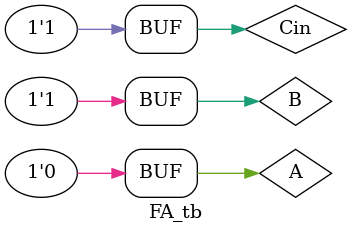
<source format=sv>
module FA_tb();

logic A, B, Cin, S, Cout;

FA dut(
      .A(A),
      .B(B),
      .Cin(Cin),
      .Cout(Cout),
      .S(S)
      );

initial begin
  A = 1'b0;
  B = 1'b0;
  Cin = 1'b0;
  #20
  A = 1'b1;
  #20
  B = 1'b1;
  #20
  A = 1'b0;
  #20
  A = 1'b0;
  B = 1'b0;
  Cin = 1'b1;
  #20
  A = 1'b1;
  #20
  B = 1'b1;
  #20
  A = 1'b0;

end

endmodule

</source>
